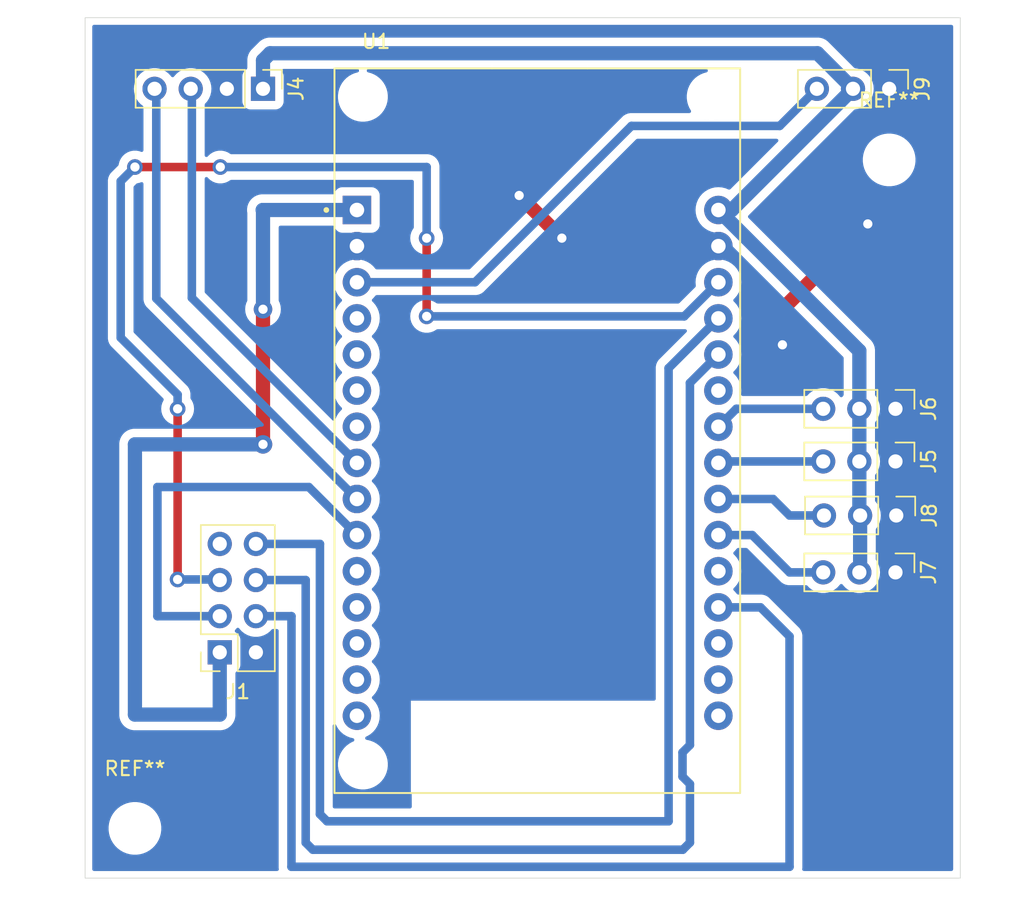
<source format=kicad_pcb>
(kicad_pcb (version 20240108) (generator "pcbnew") (generator_version "8.0")
  (layers (0 "F.Cu" signal) (31 "B.Cu" signal) (34 "B.Paste" user) (35 "F.Paste" user) (36 "B.SilkS" user "B.Silkscreen") (37 "F.SilkS" user "F.Silkscreen") (38 "B.Mask" user) (39 "F.Mask" user) (44 "Edge.Cuts" user))
  (net 0 "")
  (net 1 "/MISO")
  (net 2 "GND")
  (net 3 "/CE")
  (net 4 "/SCK")
  (net 5 "/CSN")
  (net 6 "+3.3V")
  (net 7 "/MOSI")
  (net 9 "/sda")
  (net 10 "/scl")
  (net 11 "+5V")
  (net 12 "/ESC(motor)")
  (net 13 "/ala izq")
  (net 14 "/cola")
  (net 15 "/sobra")
  (net 16 "/ala der")
  (footprint "Connector_PinHeader_2.54mm:PinHeader_1x03_P2.54mm_Vertical" (layer "F.Cu") (at 231.445 85.5 -90)
    (property "Reference" "J6" (at 0 -2.33 90) (layer "F.SilkS"))
    (property "Value" "Conn_01x03_Pin" (hide yes))
    (fp_line (start -1.33 6.41) (end 1.33 6.41) (stroke (width 0.12)) (layer "F.SilkS"))
    (fp_line (start -1.33 1.27) (end -1.33 6.41) (stroke (width 0.12)) (layer "F.SilkS"))
    (fp_line (start -1.33 1.27) (end 1.33 1.27) (stroke (width 0.12)) (layer "F.SilkS"))
    (fp_line (start 1.33 1.27) (end 1.33 6.41) (stroke (width 0.12)) (layer "F.SilkS"))
    (fp_line (start -1.33 0) (end -1.33 -1.33) (stroke (width 0.12)) (layer "F.SilkS"))
    (fp_line (start -1.33 -1.33) (end 0 -1.33) (stroke (width 0.12)) (layer "F.SilkS"))
    (pad "1" thru_hole rect (at 0 0 270) (size 1.7 1.7) (drill 1) (layers "*.Cu" "*.Mask") (net 2 "GND"))
    (pad "2" thru_hole oval (at 0 2.54 270) (size 1.7 1.7) (drill 1) (layers "*.Cu" "*.Mask") (net 11 "+5V"))
    (pad "3" thru_hole oval (at 0 5.08 270) (size 1.7 1.7) (drill 1) (layers "*.Cu" "*.Mask") (net 14 "/cola"))
  )
  (footprint "Connector_PinSocket_2.54mm:PinSocket_2x04_P2.54mm_Vertical" (layer "F.Cu") (at 183.96 102.62 180)
    (property "Reference" "J1" (at -1.27 -2.77 0) (layer "F.SilkS"))
    (property "Value" "Conn_02x04_Odd_Even")
    (fp_line (start 1.33 1.27) (end 1.33 8.95) (stroke (width 0.12)) (layer "F.SilkS"))
    (fp_line (start 1.33 -1.33) (end 1.33 0) (stroke (width 0.12)) (layer "F.SilkS"))
    (fp_line (start 0 -1.33) (end 1.33 -1.33) (stroke (width 0.12)) (layer "F.SilkS"))
    (fp_line (start -1.27 1.27) (end 1.33 1.27) (stroke (width 0.12)) (layer "F.SilkS"))
    (fp_line (start -1.27 -1.33) (end -1.27 1.27) (stroke (width 0.12)) (layer "F.SilkS"))
    (fp_line (start -3.87 8.95) (end 1.33 8.95) (stroke (width 0.12)) (layer "F.SilkS"))
    (fp_line (start -3.87 -1.33) (end -1.27 -1.33) (stroke (width 0.12)) (layer "F.SilkS"))
    (fp_line (start -3.87 -1.33) (end -3.87 8.95) (stroke (width 0.12)) (layer "F.SilkS"))
    (pad "1" thru_hole rect (at 0 0 180) (size 1.7 1.7) (drill 1) (layers "*.Cu" "*.Mask") (net 6 "+3.3V"))
    (pad "2" thru_hole oval (at -2.54 0 180) (size 1.7 1.7) (drill 1) (layers "*.Cu" "*.Mask") (net 2 "GND"))
    (pad "3" thru_hole oval (at 0 2.54 180) (size 1.7 1.7) (drill 1) (layers "*.Cu" "*.Mask") (net 5 "/CSN"))
    (pad "4" thru_hole oval (at -2.54 2.54 180) (size 1.7 1.7) (drill 1) (layers "*.Cu" "*.Mask") (net 3 "/CE"))
    (pad "5" thru_hole oval (at 0 5.08 180) (size 1.7 1.7) (drill 1) (layers "*.Cu" "*.Mask") (net 7 "/MOSI"))
    (pad "6" thru_hole oval (at -2.54 5.08 180) (size 1.7 1.7) (drill 1) (layers "*.Cu" "*.Mask") (net 4 "/SCK"))
    (pad "7" thru_hole oval (at 0 7.62 180) (size 1.7 1.7) (drill 1) (layers "*.Cu" "*.Mask"))
    (pad "8" thru_hole oval (at -2.54 7.62 180) (size 1.7 1.7) (drill 1) (layers "*.Cu" "*.Mask") (net 1 "/MISO"))
  )
  (footprint "MountingHole:MountingHole_3.2mm_M3" (layer "F.Cu") (at 231 68)
    (property "Reference" "REF**" (at 0 -4.2 0) (layer "F.SilkS"))
    (property "Value" "MountingHole_3.2mm_M3")
    (pad "" np_thru_hole circle (at 0 0) (size 3.2 3.2) (drill 3.2) (layers "*.Cu" "*.Mask"))
  )
  (footprint "Connector_PinHeader_2.54mm:PinHeader_1x03_P2.54mm_Vertical" (layer "F.Cu") (at 231.5 93 -90)
    (property "Reference" "J8" (at 0 -2.33 90) (layer "F.SilkS"))
    (property "Value" "Conn_01x03_Pin" (hide yes))
    (fp_line (start -1.33 6.41) (end 1.33 6.41) (stroke (width 0.12)) (layer "F.SilkS"))
    (fp_line (start -1.33 1.27) (end -1.33 6.41) (stroke (width 0.12)) (layer "F.SilkS"))
    (fp_line (start -1.33 1.27) (end 1.33 1.27) (stroke (width 0.12)) (layer "F.SilkS"))
    (fp_line (start 1.33 1.27) (end 1.33 6.41) (stroke (width 0.12)) (layer "F.SilkS"))
    (fp_line (start -1.33 0) (end -1.33 -1.33) (stroke (width 0.12)) (layer "F.SilkS"))
    (fp_line (start -1.33 -1.33) (end 0 -1.33) (stroke (width 0.12)) (layer "F.SilkS"))
    (pad "1" thru_hole rect (at 0 0 270) (size 1.7 1.7) (drill 1) (layers "*.Cu" "*.Mask") (net 2 "GND"))
    (pad "2" thru_hole oval (at 0 2.54 270) (size 1.7 1.7) (drill 1) (layers "*.Cu" "*.Mask") (net 11 "+5V"))
    (pad "3" thru_hole oval (at 0 5.08 270) (size 1.7 1.7) (drill 1) (layers "*.Cu" "*.Mask") (net 16 "/ala der"))
  )
  (footprint "Esp32 huella:MODULE_ESP32_DEVKIT_V1" (layer "F.Cu") (at 206.3 87.035)
    (property "Reference" "U1" (at -11.355 -27.36 0) (layer "F.SilkS"))
    (property "Value" "ESP32-DEVKIT-V1")
    (fp_line (start -14.28 -25.475) (end -3.211 -25.475) (stroke (width 0.127)) (layer "F.SilkS"))
    (fp_line (start -14.28 -25.475) (end 14.23 -25.475) (stroke (width 0.127)) (layer "F.SilkS"))
    (fp_line (start -14.28 25.475) (end -14.28 -25.475) (stroke (width 0.127)) (layer "F.SilkS"))
    (fp_line (start -14.28 25.475) (end -14.28 -25.475) (stroke (width 0.127)) (layer "F.SilkS"))
    (fp_line (start -14.28 25.475) (end -8.91 25.475) (stroke (width 0.127)) (layer "F.SilkS"))
    (fp_line (start -8.91 25.475) (end 8.78 25.475) (stroke (width 0.127)) (layer "F.SilkS"))
    (fp_line (start -3.211 -25.475) (end 3.5 -25.475) (stroke (width 0.127)) (layer "F.SilkS"))
    (fp_line (start 3.5 -25.475) (end 14.23 -25.475) (stroke (width 0.127)) (layer "F.SilkS"))
    (fp_line (start 8.78 25.475) (end 14.23 25.475) (stroke (width 0.127)) (layer "F.SilkS"))
    (fp_line (start 14.23 -25.475) (end 14.23 25.475) (stroke (width 0.127)) (layer "F.SilkS"))
    (fp_line (start 14.23 -25.475) (end 14.23 25.475) (stroke (width 0.127)) (layer "F.SilkS"))
    (fp_line (start 14.23 25.475) (end -14.28 25.475) (stroke (width 0.127)) (layer "F.SilkS"))
    (fp_circle (center -14.85 -15.515) (end -14.75 -15.515) (stroke (width 0.2)) (fill none) (layer "F.SilkS"))
    (pad "" np_thru_hole circle (at -12.28 -23.475) (size 3 3) (drill 3) (layers "*.Cu" "*.Mask"))
    (pad "" np_thru_hole circle (at -12.28 23.475) (size 3 3) (drill 3) (layers "*.Cu" "*.Mask"))
    (pad "" np_thru_hole circle (at 12.23 -23.475) (size 3 3) (drill 3) (layers "*.Cu" "*.Mask"))
    (pad "" np_thru_hole circle (at 12.23 23.475) (size 3 3) (drill 3) (layers "*.Cu" "*.Mask"))
    (pad "1" thru_hole rect (at -12.7 -15.515) (size 2 2) (drill 1.02) (layers "*.Cu" "*.Mask") (net 6 "+3.3V"))
    (pad "2" thru_hole circle (at -12.7 -12.975) (size 2 2) (drill 1.02) (layers "*.Cu" "*.Mask") (net 2 "GND"))
    (pad "3" thru_hole circle (at -12.7 -10.435) (size 2 2) (drill 1.02) (layers "*.Cu" "*.Mask") (net 12 "/ESC(motor)"))
    (pad "4" thru_hole circle (at -12.7 -7.895) (size 2 2) (drill 1.02) (layers "*.Cu" "*.Mask"))
    (pad "5" thru_hole circle (at -12.7 -5.355) (size 2 2) (drill 1.02) (layers "*.Cu" "*.Mask"))
    (pad "6" thru_hole circle (at -12.7 -2.815) (size 2 2) (drill 1.02) (layers "*.Cu" "*.Mask"))
    (pad "7" thru_hole circle (at -12.7 -0.275) (size 2 2) (drill 1.02) (layers "*.Cu" "*.Mask"))
    (pad "8" thru_hole circle (at -12.7 2.265) (size 2 2) (drill 1.02) (layers "*.Cu" "*.Mask") (net 10 "/scl"))
    (pad "9" thru_hole circle (at -12.7 4.805) (size 2 2) (drill 1.02) (layers "*.Cu" "*.Mask") (net 9 "/sda"))
    (pad "10" thru_hole circle (at -12.7 7.345) (size 2 2) (drill 1.02) (layers "*.Cu" "*.Mask") (net 5 "/CSN"))
    (pad "11" thru_hole circle (at -12.7 9.885) (size 2 2) (drill 1.02) (layers "*.Cu" "*.Mask"))
    (pad "12" thru_hole circle (at -12.7 12.425) (size 2 2) (drill 1.02) (layers "*.Cu" "*.Mask"))
    (pad "13" thru_hole circle (at -12.7 14.965) (size 2 2) (drill 1.02) (layers "*.Cu" "*.Mask"))
    (pad "14" thru_hole circle (at -12.7 17.505) (size 2 2) (drill 1.02) (layers "*.Cu" "*.Mask"))
    (pad "15" thru_hole circle (at -12.7 20.045) (size 2 2) (drill 1.02) (layers "*.Cu" "*.Mask"))
    (pad "16" thru_hole circle (at 12.7 20.045) (size 2 2) (drill 1.02) (layers "*.Cu" "*.Mask"))
    (pad "17" thru_hole circle (at 12.7 17.505) (size 2 2) (drill 1.02) (layers "*.Cu" "*.Mask"))
    (pad "18" thru_hole circle (at 12.7 14.965) (size 2 2) (drill 1.02) (layers "*.Cu" "*.Mask"))
    (pad "19" thru_hole circle (at 12.7 12.425) (size 2 2) (drill 1.02) (layers "*.Cu" "*.Mask") (net 3 "/CE"))
    (pad "20" thru_hole circle (at 12.7 9.885) (size 2 2) (drill 1.02) (layers "*.Cu" "*.Mask"))
    (pad "21" thru_hole circle (at 12.7 7.345) (size 2 2) (drill 1.02) (layers "*.Cu" "*.Mask") (net 13 "/ala izq"))
    (pad "22" thru_hole circle (at 12.7 4.805) (size 2 2) (drill 1.02) (layers "*.Cu" "*.Mask") (net 16 "/ala der"))
    (pad "23" thru_hole circle (at 12.7 2.265) (size 2 2) (drill 1.02) (layers "*.Cu" "*.Mask") (net 15 "/sobra"))
    (pad "24" thru_hole circle (at 12.7 -0.275) (size 2 2) (drill 1.02) (layers "*.Cu" "*.Mask") (net 14 "/cola"))
    (pad "25" thru_hole circle (at 12.7 -2.815) (size 2 2) (drill 1.02) (layers "*.Cu" "*.Mask"))
    (pad "26" thru_hole circle (at 12.7 -5.355) (size 2 2) (drill 1.02) (layers "*.Cu" "*.Mask") (net 4 "/SCK"))
    (pad "27" thru_hole circle (at 12.7 -7.895) (size 2 2) (drill 1.02) (layers "*.Cu" "*.Mask") (net 1 "/MISO"))
    (pad "28" thru_hole circle (at 12.7 -10.435) (size 2 2) (drill 1.02) (layers "*.Cu" "*.Mask") (net 7 "/MOSI"))
    (pad "29" thru_hole circle (at 12.7 -12.975) (size 2 2) (drill 1.02) (layers "*.Cu" "*.Mask") (net 2 "GND"))
    (pad "30" thru_hole circle (at 12.7 -15.515) (size 2 2) (drill 1.02) (layers "*.Cu" "*.Mask") (net 11 "+5V"))
    (zone (net 0) (net_name "") (layer "B.Cu") (connect_pads (clearance 0)) (min_thickness 0.01)
      (keepout (tracks not_allowed) (vias not_allowed) (pads not_allowed) (copperpour not_allowed) (footprints allowed))
      (fill (thermal_gap 0.508) (thermal_bridge_width 0.508))
      (polygon (pts (xy 197.39 106.02) (xy 215.08 106.02) (xy 215.08 112.51) (xy 197.39 112.51)))
    )
  )
  (footprint "MountingHole:MountingHole_3.2mm_M3" (layer "F.Cu") (at 178 115)
    (property "Reference" "REF**" (at 0 -4.2 0) (layer "F.SilkS"))
    (property "Value" "MountingHole_3.2mm_M3")
    (pad "" np_thru_hole circle (at 0 0) (size 3.2 3.2) (drill 3.2) (layers "*.Cu" "*.Mask"))
  )
  (footprint "Connector_PinHeader_2.54mm:PinHeader_1x03_P2.54mm_Vertical" (layer "F.Cu") (at 231 63 -90)
    (property "Reference" "J9" (at 0 -2.33 90) (layer "F.SilkS"))
    (property "Value" "Conn_01x03_Pin")
    (fp_line (start -1.33 6.41) (end 1.33 6.41) (stroke (width 0.12)) (layer "F.SilkS"))
    (fp_line (start -1.33 1.27) (end -1.33 6.41) (stroke (width 0.12)) (layer "F.SilkS"))
    (fp_line (start -1.33 1.27) (end 1.33 1.27) (stroke (width 0.12)) (layer "F.SilkS"))
    (fp_line (start 1.33 1.27) (end 1.33 6.41) (stroke (width 0.12)) (layer "F.SilkS"))
    (fp_line (start -1.33 0) (end -1.33 -1.33) (stroke (width 0.12)) (layer "F.SilkS"))
    (fp_line (start -1.33 -1.33) (end 0 -1.33) (stroke (width 0.12)) (layer "F.SilkS"))
    (pad "1" thru_hole rect (at 0 0 270) (size 1.7 1.7) (drill 1) (layers "*.Cu" "*.Mask") (net 2 "GND"))
    (pad "2" thru_hole oval (at 0 2.54 270) (size 1.7 1.7) (drill 1) (layers "*.Cu" "*.Mask") (net 11 "+5V"))
    (pad "3" thru_hole oval (at 0 5.08 270) (size 1.7 1.7) (drill 1) (layers "*.Cu" "*.Mask") (net 12 "/ESC(motor)"))
  )
  (footprint "Connector_PinHeader_2.54mm:PinHeader_1x03_P2.54mm_Vertical" (layer "F.Cu") (at 231.445 97 -90)
    (property "Reference" "J7" (at 0 -2.33 90) (layer "F.SilkS"))
    (property "Value" "Conn_01x03_Pin")
    (fp_line (start -1.33 6.41) (end 1.33 6.41) (stroke (width 0.12)) (layer "F.SilkS"))
    (fp_line (start -1.33 1.27) (end -1.33 6.41) (stroke (width 0.12)) (layer "F.SilkS"))
    (fp_line (start -1.33 1.27) (end 1.33 1.27) (stroke (width 0.12)) (layer "F.SilkS"))
    (fp_line (start 1.33 1.27) (end 1.33 6.41) (stroke (width 0.12)) (layer "F.SilkS"))
    (fp_line (start -1.33 0) (end -1.33 -1.33) (stroke (width 0.12)) (layer "F.SilkS"))
    (fp_line (start -1.33 -1.33) (end 0 -1.33) (stroke (width 0.12)) (layer "F.SilkS"))
    (pad "1" thru_hole rect (at 0 0 270) (size 1.7 1.7) (drill 1) (layers "*.Cu" "*.Mask") (net 2 "GND"))
    (pad "2" thru_hole oval (at 0 2.54 270) (size 1.7 1.7) (drill 1) (layers "*.Cu" "*.Mask") (net 11 "+5V"))
    (pad "3" thru_hole oval (at 0 5.08 270) (size 1.7 1.7) (drill 1) (layers "*.Cu" "*.Mask") (net 13 "/ala izq"))
  )
  (footprint "Connector_PinHeader_2.54mm:PinHeader_1x04_P2.54mm_Vertical" (layer "F.Cu") (at 187 63 -90)
    (property "Reference" "J4" (at 0 -2.33 90) (layer "F.SilkS"))
    (property "Value" "sensor BME280")
    (fp_line (start -1.33 8.95) (end 1.33 8.95) (stroke (width 0.12)) (layer "F.SilkS"))
    (fp_line (start -1.33 1.27) (end -1.33 8.95) (stroke (width 0.12)) (layer "F.SilkS"))
    (fp_line (start -1.33 1.27) (end 1.33 1.27) (stroke (width 0.12)) (layer "F.SilkS"))
    (fp_line (start 1.33 1.27) (end 1.33 8.95) (stroke (width 0.12)) (layer "F.SilkS"))
    (fp_line (start -1.33 0) (end -1.33 -1.33) (stroke (width 0.12)) (layer "F.SilkS"))
    (fp_line (start -1.33 -1.33) (end 0 -1.33) (stroke (width 0.12)) (layer "F.SilkS"))
    (pad "1" thru_hole rect (at 0 0 270) (size 1.7 1.7) (drill 1) (layers "*.Cu" "*.Mask") (net 11 "+5V"))
    (pad "2" thru_hole oval (at 0 2.54 270) (size 1.7 1.7) (drill 1) (layers "*.Cu" "*.Mask") (net 2 "GND"))
    (pad "3" thru_hole oval (at 0 5.08 270) (size 1.7 1.7) (drill 1) (layers "*.Cu" "*.Mask") (net 10 "/scl"))
    (pad "4" thru_hole oval (at 0 7.62 270) (size 1.7 1.7) (drill 1) (layers "*.Cu" "*.Mask") (net 9 "/sda"))
  )
  (footprint "Connector_PinHeader_2.54mm:PinHeader_1x03_P2.54mm_Vertical" (layer "F.Cu") (at 231.445 89.2 -90)
    (property "Reference" "J5" (at 0 -2.33 90) (layer "F.SilkS"))
    (property "Value" "Conn_01x03_Pin" (hide yes))
    (fp_line (start -1.33 6.41) (end 1.33 6.41) (stroke (width 0.12)) (layer "F.SilkS"))
    (fp_line (start -1.33 1.27) (end -1.33 6.41) (stroke (width 0.12)) (layer "F.SilkS"))
    (fp_line (start -1.33 1.27) (end 1.33 1.27) (stroke (width 0.12)) (layer "F.SilkS"))
    (fp_line (start 1.33 1.27) (end 1.33 6.41) (stroke (width 0.12)) (layer "F.SilkS"))
    (fp_line (start -1.33 0) (end -1.33 -1.33) (stroke (width 0.12)) (layer "F.SilkS"))
    (fp_line (start -1.33 -1.33) (end 0 -1.33) (stroke (width 0.12)) (layer "F.SilkS"))
    (pad "1" thru_hole rect (at 0 0 270) (size 1.7 1.7) (drill 1) (layers "*.Cu" "*.Mask") (net 2 "GND"))
    (pad "2" thru_hole oval (at 0 2.54 270) (size 1.7 1.7) (drill 1) (layers "*.Cu" "*.Mask") (net 11 "+5V"))
    (pad "3" thru_hole oval (at 0 5.08 270) (size 1.7 1.7) (drill 1) (layers "*.Cu" "*.Mask") (net 15 "/sobra"))
  )
  (gr_rect (start 174.5 58) (end 236 118.5) (stroke (width 0.05)) (fill none) (layer "Edge.Cuts"))
  (segment (start 215.5 114.5) (end 191.5 114.5) (width 0.6) (layer "B.Cu") (net 1))
  (segment (start 219 79.14) (end 215.5 82.64) (width 0.6) (layer "B.Cu") (net 1))
  (segment (start 191 95) (end 186.5 95) (width 0.6) (layer "B.Cu") (net 1))
  (segment (start 215.5 82.64) (end 215.5 114.5) (width 0.6) (layer "B.Cu") (net 1))
  (segment (start 191 114) (end 191 95) (width 0.6) (layer "B.Cu") (net 1))
  (segment (start 191.5 114.5) (end 191 114) (width 0.6) (layer "B.Cu") (net 1))
  (segment (start 208 73.5) (end 205 70.5) (width 1) (layer "F.Cu") (net 2))
  (segment (start 229.5 72.5) (end 223.5 78.5) (width 1) (layer "F.Cu") (net 2))
  (segment (start 223.5 78.5) (end 223.5 81) (width 1) (layer "F.Cu") (net 2))
  (via (at 223.5 81) (size 1.3) (drill 0.65) (layers "F.Cu" "B.Cu") (net 2))
  (via (at 205 70.5) (size 1.3) (drill 0.65) (layers "F.Cu" "B.Cu") (net 2))
  (via (at 229.5 72.5) (size 1.3) (drill 0.65) (layers "F.Cu" "B.Cu") (net 2))
  (via (at 208 73.5) (size 1.3) (drill 0.65) (layers "F.Cu" "B.Cu") (net 2))
  (segment (start 224 101.5) (end 221.96 99.46) (width 0.6) (layer "B.Cu") (net 3))
  (segment (start 186.5 100.08) (end 189 100.08) (width 0.6) (layer "B.Cu") (net 3))
  (segment (start 189 100.08) (end 189 117.7) (width 0.6) (layer "B.Cu") (net 3))
  (segment (start 189 117.7) (end 224 117.7) (width 0.6) (layer "B.Cu") (net 3))
  (segment (start 221.96 99.46) (end 219 99.46) (width 0.6) (layer "B.Cu") (net 3))
  (segment (start 224 117.7) (end 224 101.5) (width 0.6) (layer "B.Cu") (net 3))
  (segment (start 217 116) (end 216.5 116.5) (width 0.6) (layer "B.Cu") (net 4))
  (segment (start 217 109.140862) (end 216.48 109.660862) (width 0.6) (layer "B.Cu") (net 4))
  (segment (start 216.48 111.359138) (end 217 111.879138) (width 0.6) (layer "B.Cu") (net 4))
  (segment (start 190.5 116.5) (end 190 116) (width 0.6) (layer "B.Cu") (net 4))
  (segment (start 190 116) (end 190 97.54) (width 0.6) (layer "B.Cu") (net 4))
  (segment (start 216.48 109.660862) (end 216.48 111.359138) (width 0.6) (layer "B.Cu") (net 4))
  (segment (start 217 83.68) (end 217 109.140862) (width 0.6) (layer "B.Cu") (net 4))
  (segment (start 217 111.879138) (end 217 116) (width 0.6) (layer "B.Cu") (net 4))
  (segment (start 219 81.68) (end 217 83.68) (width 0.6) (layer "B.Cu") (net 4))
  (segment (start 190 97.54) (end 186.5 97.54) (width 0.6) (layer "B.Cu") (net 4))
  (segment (start 216.5 116.5) (end 190.5 116.5) (width 0.6) (layer "B.Cu") (net 4))
  (segment (start 179.58 100.08) (end 183.96 100.08) (width 0.6) (layer "B.Cu") (net 5))
  (segment (start 179.58 91) (end 179.58 100.08) (width 0.6) (layer "B.Cu") (net 5))
  (segment (start 190.22 91) (end 179.58 91) (width 0.6) (layer "B.Cu") (net 5))
  (segment (start 193.6 94.38) (end 190.22 91) (width 0.6) (layer "B.Cu") (net 5))
  (segment (start 187 78.5) (end 187 88) (width 1) (layer "F.Cu") (net 6))
  (via (at 187 78.5) (size 1.3) (drill 0.65) (layers "F.Cu" "B.Cu") (net 6))
  (via (at 187 88) (size 1.3) (drill 0.65) (layers "F.Cu" "B.Cu") (net 6))
  (segment (start 187 88) (end 178 88) (width 1) (layer "B.Cu") (net 6))
  (segment (start 187 78.5) (end 187 71.54) (width 1) (layer "B.Cu") (net 6))
  (segment (start 186.98 71.52) (end 193.6 71.52) (width 1) (layer "B.Cu") (net 6))
  (segment (start 178 88) (end 178 107) (width 1) (layer "B.Cu") (net 6))
  (segment (start 183.96 107) (end 183.96 102.62) (width 1) (layer "B.Cu") (net 6))
  (segment (start 178 107) (end 183.96 107) (width 1) (layer "B.Cu") (net 6))
  (segment (start 187 71.54) (end 186.98 71.52) (width 1) (layer "B.Cu") (net 6))
  (segment (start 181 85.5) (end 181 97.5) (width 0.6) (layer "F.Cu") (net 7))
  (segment (start 184 68.5) (end 178 68.5) (width 0.6) (layer "F.Cu") (net 7))
  (segment (start 198.5 79) (end 198.5 73.5) (width 0.6) (layer "F.Cu") (net 7))
  (via (at 181 85.5) (size 1.1) (drill 0.65) (layers "F.Cu" "B.Cu") (net 7))
  (via (at 198.5 73.5) (size 1.1) (drill 0.65) (layers "F.Cu" "B.Cu") (net 7))
  (via (at 178 68.5) (size 1.1) (drill 0.65) (layers "F.Cu" "B.Cu") (net 7))
  (via (at 181 97.5) (size 1.1) (drill 0.65) (layers "F.Cu" "B.Cu") (net 7))
  (via (at 198.5 79) (size 1.1) (drill 0.65) (layers "F.Cu" "B.Cu") (net 7))
  (via (at 184 68.5) (size 1.1) (drill 0.65) (layers "F.Cu" "B.Cu") (net 7))
  (segment (start 183.92 97.5) (end 183.96 97.54) (width 0.6) (layer "B.Cu") (net 7))
  (segment (start 184 68.5) (end 198.5 68.5) (width 0.6) (layer "B.Cu") (net 7))
  (segment (start 177 80.5) (end 181 84.5) (width 0.6) (layer "B.Cu") (net 7))
  (segment (start 177 69.5) (end 177 80.5) (width 0.6) (layer "B.Cu") (net 7))
  (segment (start 178 68.5) (end 177 69.5) (width 0.6) (layer "B.Cu") (net 7))
  (segment (start 198.5 68.5) (end 198.5 73.5) (width 0.6) (layer "B.Cu") (net 7))
  (segment (start 198.5 79) (end 216.6 79) (width 0.6) (layer "B.Cu") (net 7))
  (segment (start 216.6 79) (end 219 76.6) (width 0.6) (layer "B.Cu") (net 7))
  (segment (start 181 97.5) (end 183.92 97.5) (width 0.6) (layer "B.Cu") (net 7))
  (segment (start 181 84.5) (end 181 85.5) (width 0.6) (layer "B.Cu") (net 7))
  (segment (start 179.5 77.74) (end 179.5 63.12) (width 0.6) (layer "B.Cu") (net 9))
  (segment (start 193.6 91.84) (end 179.5 77.74) (width 0.6) (layer "B.Cu") (net 9))
  (segment (start 179.5 63.12) (end 179.38 63) (width 0.6) (layer "B.Cu") (net 9))
  (segment (start 193.6 89.3) (end 182 77.7) (width 0.6) (layer "B.Cu") (net 10))
  (segment (start 182 77.7) (end 182 63.08) (width 0.6) (layer "B.Cu") (net 10))
  (segment (start 182 63.08) (end 181.92 63) (width 0.6) (layer "B.Cu") (net 10))
  (segment (start 228.905 89.2) (end 228.905 92.945) (width 1) (layer "B.Cu") (net 11))
  (segment (start 187 61) (end 187 63) (width 1) (layer "B.Cu") (net 11))
  (segment (start 219.94 71.52) (end 219 71.52) (width 1) (layer "B.Cu") (net 11))
  (segment (start 228.46 63) (end 219.94 71.52) (width 1) (layer "B.Cu") (net 11))
  (segment (start 187.5 60.5) (end 187 61) (width 1) (layer "B.Cu") (net 11))
  (segment (start 228.905 81.425) (end 228.905 85.5) (width 1) (layer "B.Cu") (net 11))
  (segment (start 228.46 63) (end 225.96 60.5) (width 1) (layer "B.Cu") (net 11))
  (segment (start 228.905 85.5) (end 228.905 89.2) (width 1) (layer "B.Cu") (net 11))
  (segment (start 228.905 92.945) (end 228.96 93) (width 1) (layer "B.Cu") (net 11))
  (segment (start 219 71.52) (end 228.905 81.425) (width 1) (layer "B.Cu") (net 11))
  (segment (start 228.96 96.945) (end 228.905 97) (width 1) (layer "B.Cu") (net 11))
  (segment (start 228.96 93) (end 228.96 96.945) (width 1) (layer "B.Cu") (net 11))
  (segment (start 225.96 60.5) (end 187.5 60.5) (width 1) (layer "B.Cu") (net 11))
  (segment (start 212.89 65.61) (end 201.9 76.6) (width 0.6) (layer "B.Cu") (net 12))
  (segment (start 201.9 76.6) (end 193.6 76.6) (width 0.6) (layer "B.Cu") (net 12))
  (segment (start 223.31 65.61) (end 212.89 65.61) (width 0.6) (layer "B.Cu") (net 12))
  (segment (start 225.92 63) (end 223.31 65.61) (width 0.6) (layer "B.Cu") (net 12))
  (segment (start 221.38 94.38) (end 219 94.38) (width 0.6) (layer "B.Cu") (net 13))
  (segment (start 226.365 97) (end 224 97) (width 0.6) (layer "B.Cu") (net 13))
  (segment (start 224 97) (end 221.38 94.38) (width 0.6) (layer "B.Cu") (net 13))
  (segment (start 220.26 85.5) (end 219 86.76) (width 0.6) (layer "B.Cu") (net 14))
  (segment (start 226.365 85.5) (end 220.26 85.5) (width 0.6) (layer "B.Cu") (net 14))
  (segment (start 226.365 89.2) (end 219.1 89.2) (width 0.6) (layer "B.Cu") (net 15))
  (segment (start 219.1 89.2) (end 219 89.3) (width 0.6) (layer "B.Cu") (net 15))
  (segment (start 224 93) (end 222.84 91.84) (width 0.6) (layer "B.Cu") (net 16))
  (segment (start 222.84 91.84) (end 219 91.84) (width 0.6) (layer "B.Cu") (net 16))
  (segment (start 226.42 93) (end 224 93) (width 0.6) (layer "B.Cu") (net 16))
  (zone (net 2) (net_name "GND") (layer "B.Cu") (connect_pads yes (clearance 0.6)) (min_thickness 0.25) (fill yes (thermal_gap 0.5) (thermal_bridge_width 0.5))
    (polygon (pts (xy 174.5 58) (xy 174.5 118.5) (xy 197.5 118.5) (xy 197.39 106.02) (xy 215.08 106.02) (xy 215.08 112.51) (xy 215 118.5) (xy 236 118.5) (xy 236 58)))
  )
)
</source>
